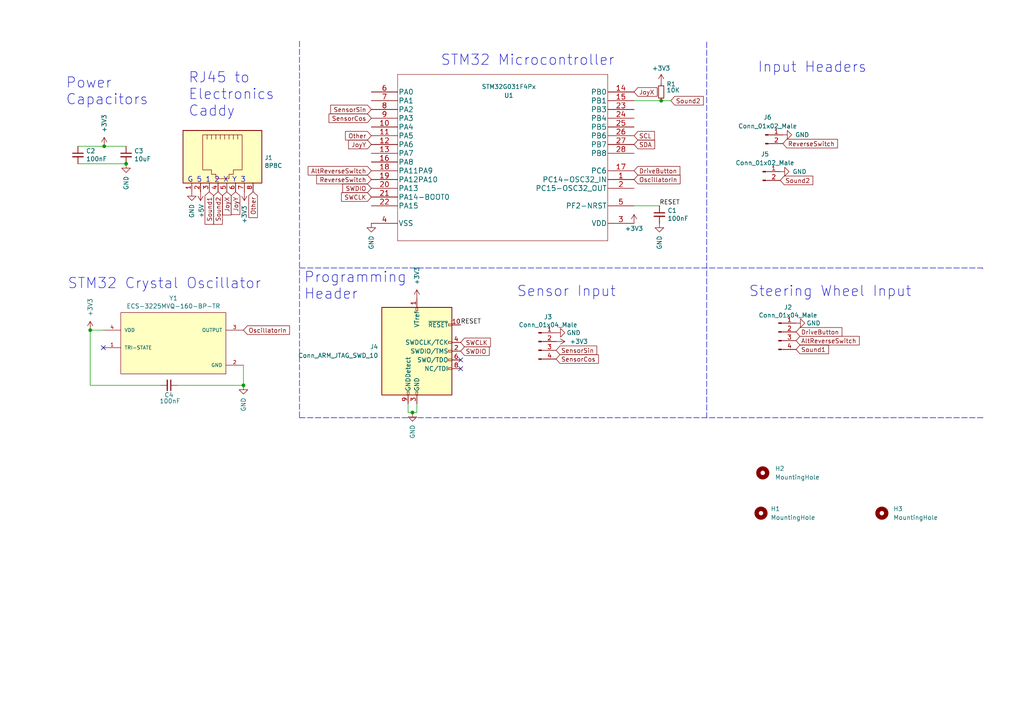
<source format=kicad_sch>
(kicad_sch (version 20211123) (generator eeschema)
  (paper "A4")
  (lib_symbols
    (symbol "Connector:8P8C" (pin_names (offset 1.016))
      (property "Reference" "J" (at -5.08 13.97 0))
      (property "Value" "8P8C" (at 2.54 13.97 0))
      (symbol "8P8C_0_1"
        (polyline (pts (xy -5.08 4.445) (xy -6.35 4.445)))
        (polyline (pts (xy -5.08 5.715) (xy -6.35 5.715)))
        (polyline (pts (xy -6.35 -3.175) (xy -5.08 -3.175) (xy -5.08 -3.175)))
        (polyline (pts (xy -6.35 -1.905) (xy -5.08 -1.905) (xy -5.08 -1.905)))
        (polyline (pts (xy -6.35 -0.635) (xy -5.08 -0.635) (xy -5.08 -0.635)))
        (polyline (pts (xy -6.35 0.635) (xy -5.08 0.635) (xy -5.08 0.635)))
        (polyline (pts (xy -6.35 1.905) (xy -5.08 1.905) (xy -5.08 1.905)))
        (polyline (pts (xy -5.08 3.175) (xy -6.35 3.175) (xy -6.35 3.175)))
        (polyline (pts (xy -6.35 -4.445) (xy -6.35 6.985) (xy 3.81 6.985) (xy 3.81 4.445) (xy 5.08 4.445) (xy 5.08 3.175) (xy 6.35 3.175) (xy 6.35 -0.635) (xy 5.08 -0.635) (xy 5.08 -1.905) (xy 3.81 -1.905) (xy 3.81 -4.445) (xy -6.35 -4.445) (xy -6.35 -4.445)))
        (rectangle (start 7.62 12.7) (end -7.62 -10.16) (stroke (width 0.254)) (fill (type background)))
      )
      (symbol "8P8C_1_1"
        (pin passive line (at 10.16 -7.62 180) (length 2.54) (name "~") (number "1"))
        (pin passive line (at 10.16 -5.08 180) (length 2.54) (name "~") (number "2"))
        (pin passive line (at 10.16 -2.54 180) (length 2.54) (name "~") (number "3"))
        (pin passive line (at 10.16 0 180) (length 2.54) (name "~") (number "4"))
        (pin passive line (at 10.16 2.54 180) (length 2.54) (name "~") (number "5"))
        (pin passive line (at 10.16 5.08 180) (length 2.54) (name "~") (number "6"))
        (pin passive line (at 10.16 7.62 180) (length 2.54) (name "~") (number "7"))
        (pin passive line (at 10.16 10.16 180) (length 2.54) (name "~") (number "8"))
      )
    )
    (symbol "Connector:Conn_01x02_Male" (pin_names (offset 1.016) hide)
      (property "Reference" "J" (at 0 2.54 0))
      (property "Value" "Conn_01x02_Male" (at 0 -5.08 0))
      (symbol "Conn_01x02_Male_1_1"
        (polyline (pts (xy 1.27 -2.54) (xy 0.8636 -2.54)) (stroke (width 0.1524)))
        (polyline (pts (xy 1.27 0) (xy 0.8636 0)) (stroke (width 0.1524)))
        (rectangle (start 0.8636 -2.413) (end 0 -2.667) (stroke (width 0.1524)) (fill (type outline)))
        (rectangle (start 0.8636 0.127) (end 0 -0.127) (stroke (width 0.1524)) (fill (type outline)))
        (pin passive line (at 5.08 0 180) (length 3.81) (name "Pin_1") (number "1"))
        (pin passive line (at 5.08 -2.54 180) (length 3.81) (name "Pin_2") (number "2"))
      )
    )
    (symbol "Connector:Conn_01x04_Male" (pin_names (offset 1.016) hide)
      (property "Reference" "J" (at 0 5.08 0))
      (property "Value" "Conn_01x04_Male" (at 0 -7.62 0))
      (symbol "Conn_01x04_Male_1_1"
        (polyline (pts (xy 1.27 -5.08) (xy 0.8636 -5.08)) (stroke (width 0.1524)))
        (polyline (pts (xy 1.27 -2.54) (xy 0.8636 -2.54)) (stroke (width 0.1524)))
        (polyline (pts (xy 1.27 0) (xy 0.8636 0)) (stroke (width 0.1524)))
        (polyline (pts (xy 1.27 2.54) (xy 0.8636 2.54)) (stroke (width 0.1524)))
        (rectangle (start 0.8636 -4.953) (end 0 -5.207) (stroke (width 0.1524)) (fill (type outline)))
        (rectangle (start 0.8636 -2.413) (end 0 -2.667) (stroke (width 0.1524)) (fill (type outline)))
        (rectangle (start 0.8636 0.127) (end 0 -0.127) (stroke (width 0.1524)) (fill (type outline)))
        (rectangle (start 0.8636 2.667) (end 0 2.413) (stroke (width 0.1524)) (fill (type outline)))
        (pin passive line (at 5.08 2.54 180) (length 3.81) (name "Pin_1") (number "1"))
        (pin passive line (at 5.08 0 180) (length 3.81) (name "Pin_2") (number "2"))
        (pin passive line (at 5.08 -2.54 180) (length 3.81) (name "Pin_3") (number "3"))
        (pin passive line (at 5.08 -5.08 180) (length 3.81) (name "Pin_4") (number "4"))
      )
    )
    (symbol "Connector:Conn_ARM_JTAG_SWD_10" (pin_names (offset 1.016))
      (property "Reference" "J" (at -2.54 16.51 0))
      (property "Value" "Conn_ARM_JTAG_SWD_10" (at -2.54 13.97 0))
      (symbol "Conn_ARM_JTAG_SWD_10_0_1"
        (rectangle (start -10.16 12.7) (end 10.16 -12.7) (stroke (width 0.254)) (fill (type background)))
        (rectangle (start -2.794 -12.7) (end -2.286 -11.684))
        (rectangle (start -0.254 -12.7) (end 0.254 -11.684))
        (rectangle (start -0.254 12.7) (end 0.254 11.684))
        (rectangle (start 9.144 2.286) (end 10.16 2.794))
        (rectangle (start 10.16 -2.794) (end 9.144 -2.286))
        (rectangle (start 10.16 -0.254) (end 9.144 0.254))
        (rectangle (start 10.16 7.874) (end 9.144 7.366))
      )
      (symbol "Conn_ARM_JTAG_SWD_10_1_1"
        (rectangle (start 9.144 -5.334) (end 10.16 -4.826))
        (pin power_in line (at 0 15.24 270) (length 2.54) (name "VTref") (number "1"))
        (pin open_collector line (at 12.7 7.62 180) (length 2.54) (name "~{RESET}") (number "10"))
        (pin bidirectional line (at 12.7 0 180) (length 2.54) (name "SWDIO/TMS") (number "2"))
        (pin power_in line (at 0 -15.24 90) (length 2.54) (name "GND") (number "3"))
        (pin output line (at 12.7 2.54 180) (length 2.54) (name "SWDCLK/TCK") (number "4"))
        (pin passive line (at 0 -15.24 90) (length 2.54) hide (name "GND") (number "5"))
        (pin input line (at 12.7 -2.54 180) (length 2.54) (name "SWO/TDO") (number "6"))
        (pin no_connect line (at -10.16 0 0) (length 2.54) hide (name "KEY") (number "7"))
        (pin output line (at 12.7 -5.08 180) (length 2.54) (name "NC/TDI") (number "8"))
        (pin passive line (at -2.54 -15.24 90) (length 2.54) (name "GNDDetect") (number "9"))
      )
    )
    (symbol "CrystalOscillator:ECS-3225MVQ-160-BP-TR" (pin_names (offset 1.016))
      (property "Reference" "Y" (at -15.5448 8.1534 0))
      (property "Value" "ECS-3225MVQ-160-BP-TR" (at -15.0114 -12.9794 0))
      (symbol "ECS-3225MVQ-160-BP-TR_0_0"
        (rectangle (start -15.24 -10.16) (end 15.24 7.62) (stroke (width 0.1524)) (fill (type background)))
        (pin input line (at -20.32 -2.54 0) (length 5.08) (name "TRI-STATE") (number "1"))
        (pin power_in line (at 20.32 -7.62 180) (length 5.08) (name "GND") (number "2"))
        (pin output line (at 20.32 2.54 180) (length 5.08) (name "OUTPUT") (number "3"))
        (pin input line (at -20.32 2.54 0) (length 5.08) (name "VDD") (number "4"))
      )
    )
    (symbol "Device:C_Small" (pin_numbers hide) (pin_names (offset 0.254) hide)
      (property "Reference" "C" (at 0.254 1.778 0))
      (property "Value" "C_Small" (at 0.254 -2.032 0))
      (symbol "C_Small_0_1"
        (polyline (pts (xy -1.524 -0.508) (xy 1.524 -0.508)) (stroke (width 0.3302)))
        (polyline (pts (xy -1.524 0.508) (xy 1.524 0.508)) (stroke (width 0.3048)))
      )
      (symbol "C_Small_1_1"
        (pin passive line (at 0 2.54 270) (length 2.032) (name "~") (number "1"))
        (pin passive line (at 0 -2.54 90) (length 2.032) (name "~") (number "2"))
      )
    )
    (symbol "Device:R_Small" (pin_numbers hide) (pin_names (offset 0.254) hide)
      (property "Reference" "R" (at 0.762 0.508 0))
      (property "Value" "R_Small" (at 0.762 -1.016 0))
      (symbol "R_Small_0_1"
        (rectangle (start -0.762 1.778) (end 0.762 -1.778) (stroke (width 0.2032)))
      )
      (symbol "R_Small_1_1"
        (pin passive line (at 0 2.54 270) (length 0.762) (name "~") (number "1"))
        (pin passive line (at 0 -2.54 90) (length 0.762) (name "~") (number "2"))
      )
    )
    (symbol "Mechanical:MountingHole" (pin_names (offset 1.016))
      (property "Reference" "H" (at 0 5.08 0))
      (property "Value" "MountingHole" (at 0 3.175 0))
      (symbol "MountingHole_0_1"
        (circle (center 0 0) (radius 1.27) (stroke (width 1.27)))
      )
    )
    (symbol "STM32QFN:STM32G031G8U6" (pin_names (offset 0.254))
      (property "Reference" "U" (at 38.1 10.16 0))
      (property "Value" "STM32G031G8U6" (at 38.1 7.62 0))
      (symbol "STM32G031G8U6_1_1"
        (polyline (pts (xy 7.62 -43.18) (xy 68.58 -43.18)) (stroke (width 0.127)))
        (polyline (pts (xy 7.62 5.08) (xy 7.62 -43.18)) (stroke (width 0.127)))
        (polyline (pts (xy 68.58 -43.18) (xy 68.58 5.08)) (stroke (width 0.127)))
        (polyline (pts (xy 68.58 5.08) (xy 7.62 5.08)) (stroke (width 0.127)))
        (pin bidirectional line (at 76.2 -25.4 180) (length 7.62) (name "PC14-OSC32_IN") (number "1"))
        (pin bidirectional line (at 0 -10.16 0) (length 7.62) (name "PA4") (number "10"))
        (pin bidirectional line (at 0 -12.7 0) (length 7.62) (name "PA5") (number "11"))
        (pin bidirectional line (at 0 -15.24 0) (length 7.62) (name "PA6") (number "12"))
        (pin bidirectional line (at 0 -17.78 0) (length 7.62) (name "PA7") (number "13"))
        (pin bidirectional line (at 76.2 0 180) (length 7.62) (name "PB0") (number "14"))
        (pin bidirectional line (at 76.2 -2.54 180) (length 7.62) (name "PB1") (number "15"))
        (pin bidirectional line (at 0 -20.32 0) (length 7.62) (name "PA8") (number "16"))
        (pin bidirectional line (at 76.2 -22.86 180) (length 7.62) (name "PC6") (number "17"))
        (pin bidirectional line (at 0 -22.86 0) (length 7.62) (name "PA11PA9") (number "18"))
        (pin bidirectional line (at 0 -25.4 0) (length 7.62) (name "PA12PA10") (number "19"))
        (pin bidirectional line (at 76.2 -27.94 180) (length 7.62) (name "PC15-OSC32_OUT") (number "2"))
        (pin bidirectional line (at 0 -27.94 0) (length 7.62) (name "PA13") (number "20"))
        (pin bidirectional line (at 0 -30.48 0) (length 7.62) (name "PA14-BOOT0") (number "21"))
        (pin bidirectional line (at 0 -33.02 0) (length 7.62) (name "PA15") (number "22"))
        (pin bidirectional line (at 76.2 -5.08 180) (length 7.62) (name "PB3") (number "23"))
        (pin bidirectional line (at 76.2 -7.62 180) (length 7.62) (name "PB4") (number "24"))
        (pin bidirectional line (at 76.2 -10.16 180) (length 7.62) (name "PB5") (number "25"))
        (pin bidirectional line (at 76.2 -12.7 180) (length 7.62) (name "PB6") (number "26"))
        (pin bidirectional line (at 76.2 -15.24 180) (length 7.62) (name "PB7") (number "27"))
        (pin bidirectional line (at 76.2 -17.78 180) (length 7.62) (name "PB8") (number "28"))
        (pin power_in line (at 76.2 -38.1 180) (length 7.62) (name "VDD") (number "3"))
        (pin power_in line (at 0 -38.1 0) (length 7.62) (name "VSS") (number "4"))
        (pin bidirectional line (at 76.2 -33.02 180) (length 7.62) (name "PF2-NRST") (number "5"))
        (pin bidirectional line (at 0 0 0) (length 7.62) (name "PA0") (number "6"))
        (pin bidirectional line (at 0 -2.54 0) (length 7.62) (name "PA1") (number "7"))
        (pin bidirectional line (at 0 -5.08 0) (length 7.62) (name "PA2") (number "8"))
        (pin bidirectional line (at 0 -7.62 0) (length 7.62) (name "PA3") (number "9"))
      )
    )
    (symbol "power:+3.3V" (power) (pin_names (offset 0))
      (property "Value" "+3.3V" (at 0 3.556 0))
      (symbol "+3.3V_0_1"
        (polyline (pts (xy -0.762 1.27) (xy 0 2.54)))
        (polyline (pts (xy 0 0) (xy 0 2.54)))
        (polyline (pts (xy 0 2.54) (xy 0.762 1.27)))
      )
      (symbol "+3.3V_1_1"
        (pin power_in line (at 0 0 90) (length 0) hide (name "+3V3") (number "1"))
      )
    )
    (symbol "power:+5V" (power) (pin_names (offset 0))
      (property "Value" "+5V" (at 0 3.556 0))
      (symbol "+5V_0_1"
        (polyline (pts (xy -0.762 1.27) (xy 0 2.54)))
        (polyline (pts (xy 0 0) (xy 0 2.54)))
        (polyline (pts (xy 0 2.54) (xy 0.762 1.27)))
      )
      (symbol "+5V_1_1"
        (pin power_in line (at 0 0 90) (length 0) hide (name "+5V") (number "1"))
      )
    )
    (symbol "power:GND" (power) (pin_names (offset 0))
      (property "Value" "GND" (at 0 -3.81 0))
      (symbol "GND_0_1"
        (polyline (pts (xy 0 0) (xy 0 -1.27) (xy 1.27 -1.27) (xy 0 -2.54) (xy -1.27 -1.27) (xy 0 -1.27)))
      )
      (symbol "GND_1_1"
        (pin power_in line (at 0 0 270) (length 0) hide (name "GND") (number "1"))
      )
    )
  )
  (junction (at 70.612 111.76))
  (junction (at 36.576 47.498))
  (junction (at 119.634 119.634))
  (junction (at 30.226 42.418))
  (junction (at 26.162 95.758))
  (junction (at 191.77 29.21))
  (no_connect (at 29.972 100.838))
  (no_connect (at 133.604 104.394))
  (no_connect (at 133.604 106.934))
  (wire (pts (xy 29.972 95.758) (xy 26.162 95.758)))
  (polyline (pts (xy 86.868 121.158) (xy 285.242 121.158)))
  (wire (pts (xy 26.162 95.758) (xy 26.162 111.76)))
  (wire (pts (xy 22.606 42.418) (xy 30.226 42.418)))
  (wire (pts (xy 183.896 59.69) (xy 191.262 59.69)))
  (wire (pts (xy 120.904 119.634) (xy 119.634 119.634)))
  (wire (pts (xy 118.364 119.634) (xy 119.634 119.634)))
  (wire (pts (xy 183.896 29.21) (xy 191.77 29.21)))
  (polyline (pts (xy 86.868 11.938) (xy 86.868 121.158)))
  (wire (pts (xy 22.606 47.498) (xy 36.576 47.498)))
  (wire (pts (xy 51.562 111.76) (xy 70.612 111.76)))
  (wire (pts (xy 120.904 117.094) (xy 120.904 119.634)))
  (wire (pts (xy 70.612 105.918) (xy 70.612 111.76)))
  (polyline (pts (xy 86.868 77.724) (xy 284.988 77.724)))
  (wire (pts (xy 191.77 29.21) (xy 194.564 29.21)))
  (wire (pts (xy 118.364 117.094) (xy 118.364 119.634)))
  (polyline (pts (xy 204.978 12.192) (xy 204.978 121.158)))
  (wire (pts (xy 30.226 42.418) (xy 36.576 42.418)))
  (wire (pts (xy 26.162 111.76) (xy 46.482 111.76)))
  (polyline (pts (xy 284.988 77.724) (xy 284.988 77.978)))
  (text "Steering Wheel Input" (at 217.17 86.36 0) (effects (font (size 2.9972 2.9972)) (justify left bottom)))
  (text "Programming\nHeader" (at 88.138 87.122 0) (effects (font (size 2.9972 2.9972)) (justify left bottom)))
  (text "Input Headers" (at 219.71 21.336 0) (effects (font (size 2.9972 2.9972)) (justify left bottom)))
  (text "Power\nCapacitors" (at 19.05 30.734 0) (effects (font (size 2.9972 2.9972)) (justify left bottom)))
  (text "STM32 Microcontroller" (at 127.762 19.304 0) (effects (font (size 2.9972 2.9972)) (justify left bottom)))
  (text "Sensor Input" (at 149.86 86.36 0) (effects (font (size 2.9972 2.9972)) (justify left bottom)))
  (text "RJ45 to \nElectronics\nCaddy" (at 54.61 34.036 0) (effects (font (size 2.9972 2.9972)) (justify left bottom)))
  (text "G 5 1 2 X Y 3" (at 54.356 53.086 0) (effects (font (size 1.4986 1.4986)) (justify left bottom)))
  (text "STM32 Crystal Oscillator" (at 19.558 84.074 0) (effects (font (size 2.9972 2.9972)) (justify left bottom)))
  (label "RESET" (at 191.262 59.69 0))
  (label "RESET" (at 133.604 94.234 0))
  (global_label "SensorSin" (shape input) (at 107.696 31.75 180) (property "Intersheet References" "${INTERSHEET_REFS}" (effects hide)))
  (global_label "SDA" (shape input) (at 183.896 41.91 0) (property "Intersheet References" "${INTERSHEET_REFS}" (effects hide)))
  (global_label "ReverseSwitch" (shape input) (at 227.076 41.656 0) (property "Intersheet References" "${INTERSHEET_REFS}" (effects hide)))
  (global_label "OscillatorIn" (shape input) (at 183.896 52.07 0) (property "Intersheet References" "${INTERSHEET_REFS}" (effects hide)))
  (global_label "JoyX" (shape input) (at 65.786 55.626 270) (property "Intersheet References" "${INTERSHEET_REFS}" (effects hide)))
  (global_label "SWCLK" (shape input) (at 133.604 99.314 0) (property "Intersheet References" "${INTERSHEET_REFS}" (effects hide)))
  (global_label "SensorCos" (shape input) (at 107.696 34.29 180) (property "Intersheet References" "${INTERSHEET_REFS}" (effects hide)))
  (global_label "Sound2" (shape input) (at 194.564 29.21 0) (property "Intersheet References" "${INTERSHEET_REFS}" (effects hide)))
  (global_label "DriveButton" (shape input) (at 230.886 96.266 0) (property "Intersheet References" "${INTERSHEET_REFS}" (effects hide)))
  (global_label "DriveButton" (shape input) (at 183.896 49.53 0) (property "Intersheet References" "${INTERSHEET_REFS}" (effects hide)))
  (global_label "SWCLK" (shape input) (at 107.696 57.15 180) (property "Intersheet References" "${INTERSHEET_REFS}" (effects hide)))
  (global_label "ReverseSwitch" (shape input) (at 107.696 52.07 180) (property "Intersheet References" "${INTERSHEET_REFS}" (effects hide)))
  (global_label "Sound1" (shape input) (at 230.886 101.346 0) (property "Intersheet References" "${INTERSHEET_REFS}" (effects hide)))
  (global_label "Other" (shape input) (at 73.406 55.626 270) (property "Intersheet References" "${INTERSHEET_REFS}" (effects hide)))
  (global_label "AltReverseSwitch" (shape input) (at 230.886 98.806 0) (property "Intersheet References" "${INTERSHEET_REFS}" (effects hide)))
  (global_label "SWDIO" (shape input) (at 133.604 101.854 0) (property "Intersheet References" "${INTERSHEET_REFS}" (effects hide)))
  (global_label "Sound2" (shape input) (at 226.314 52.324 0) (property "Intersheet References" "${INTERSHEET_REFS}" (effects hide)))
  (global_label "JoyX" (shape input) (at 183.896 26.67 0) (property "Intersheet References" "${INTERSHEET_REFS}" (effects hide)))
  (global_label "SCL" (shape input) (at 183.896 39.37 0) (property "Intersheet References" "${INTERSHEET_REFS}" (effects hide)))
  (global_label "Sound1" (shape input) (at 60.706 55.626 270) (property "Intersheet References" "${INTERSHEET_REFS}" (effects hide)))
  (global_label "SensorSin" (shape input) (at 161.29 101.6 0) (property "Intersheet References" "${INTERSHEET_REFS}" (effects hide)))
  (global_label "JoyY" (shape input) (at 68.326 55.626 270) (property "Intersheet References" "${INTERSHEET_REFS}" (effects hide)))
  (global_label "Other" (shape input) (at 107.696 39.37 180) (property "Intersheet References" "${INTERSHEET_REFS}" (effects hide)))
  (global_label "SensorCos" (shape input) (at 161.29 104.14 0) (property "Intersheet References" "${INTERSHEET_REFS}" (effects hide)))
  (global_label "JoyY" (shape input) (at 107.696 41.91 180) (property "Intersheet References" "${INTERSHEET_REFS}" (effects hide)))
  (global_label "OscillatorIn" (shape input) (at 70.612 95.758 0) (property "Intersheet References" "${INTERSHEET_REFS}" (effects hide)))
  (global_label "SWDIO" (shape input) (at 107.696 54.61 180) (property "Intersheet References" "${INTERSHEET_REFS}" (effects hide)))
  (global_label "Sound2" (shape input) (at 63.246 55.626 270) (property "Intersheet References" "${INTERSHEET_REFS}" (effects hide)))
  (global_label "AltReverseSwitch" (shape input) (at 107.696 49.53 180) (property "Intersheet References" "${INTERSHEET_REFS}" (effects hide)))
  (symbol (lib_id "Connector:8P8C") (at 63.246 45.466 270) (unit 1)
    (property "Reference" "J1" (at 76.708 45.7454 90) (effects (justify left)))
    (property "Value" "8P8C" (at 76.708 48.0568 90) (effects (justify left)))
    (property "Footprint" "Useful Modifications:RJ45_x08_Tab_Up" (effects hide))
  )
  (symbol (lib_id "power:GND") (at 55.626 55.626 0) (unit 1)
    (property "Reference" "#PWR05" (effects hide))
    (property "Value" "GND" (at 55.626 61.214 90))
  )
  (symbol (lib_id "power:+3.3V") (at 70.866 55.626 180) (unit 1)
    (property "Reference" "#PWR010" (effects hide))
    (property "Value" "+3.3V" (at 70.866 62.23 90))
  )
  (symbol (lib_id "power:+5V") (at 58.166 55.626 180) (unit 1)
    (property "Reference" "#PWR06" (effects hide))
    (property "Value" "+5V" (at 58.42 61.214 90))
  )
  (symbol (lib_id "power:GND") (at 107.696 64.77 0) (unit 1)
    (property "Reference" "#PWR016" (effects hide))
    (property "Value" "GND" (at 107.696 70.358 90))
  )
  (symbol (lib_id "power:+3.3V") (at 183.896 64.77 0) (unit 1)
    (property "Reference" "#PWR029" (effects hide))
    (property "Value" "+3.3V" (at 183.896 66.294 0))
  )
  (symbol (lib_id "Connector:Conn_01x04_Male") (at 225.806 96.266 0) (unit 1)
    (property "Reference" "J2" (at 228.5492 89.1286 0))
    (property "Value" "Conn_01x04_Male" (at 228.5492 91.44 0))
    (property "Footprint" "Connector_JST:JST_SH_BM04B-SRSS-TB_1x04-1MP_P1.00mm_Vertical" (effects hide))
  )
  (symbol (lib_id "power:GND") (at 230.886 93.726 90) (unit 1)
    (property "Reference" "#PWR03" (effects hide))
    (property "Value" "GND" (at 235.966 93.726 90))
  )
  (symbol (lib_id "Connector:Conn_01x04_Male") (at 156.21 99.06 0) (unit 1)
    (property "Reference" "J3" (at 158.9532 91.9226 0))
    (property "Value" "Conn_01x04_Male" (at 158.9532 94.234 0))
    (property "Footprint" "Connector_JST:JST_SH_BM04B-SRSS-TB_1x04-1MP_P1.00mm_Vertical" (effects hide))
  )
  (symbol (lib_id "power:GND") (at 161.29 96.52 90) (unit 1)
    (property "Reference" "#PWR01" (effects hide))
    (property "Value" "GND" (at 166.37 96.52 90))
  )
  (symbol (lib_id "power:+3.3V") (at 161.29 99.06 270) (unit 1)
    (property "Reference" "#PWR02" (effects hide))
    (property "Value" "+3.3V" (at 167.894 99.06 90))
  )
  (symbol (lib_id "power:GND") (at 226.314 49.784 90) (unit 1)
    (property "Reference" "#PWR030" (effects hide))
    (property "Value" "GND" (at 231.902 49.784 90))
  )
  (symbol (lib_id "STM32QFN:STM32G031G8U6") (at 107.696 26.67 0) (unit 1)
    (property "Reference" "U1" (at 147.574 27.686 0))
    (property "Value" "STM32G031F4Px" (at 147.574 25.146 0))
    (property "Footprint" "Useful Modifications:STM32G031G8U6" (effects hide))
  )
  (symbol (lib_id "Device:C_Small") (at 22.606 44.958 0) (unit 1)
    (property "Reference" "C2" (at 24.9428 43.7896 0) (effects (justify left)))
    (property "Value" "100nF" (at 24.9428 46.101 0) (effects (justify left)))
    (property "Footprint" "Capacitor_SMD:C_0805_2012Metric" (effects hide))
  )
  (symbol (lib_id "Device:C_Small") (at 36.576 44.958 0) (unit 1)
    (property "Reference" "C3" (at 38.9128 43.7896 0) (effects (justify left)))
    (property "Value" "10uF" (at 38.9128 46.101 0) (effects (justify left)))
    (property "Footprint" "Capacitor_SMD:C_0805_2012Metric" (effects hide))
  )
  (symbol (lib_id "Device:C_Small") (at 191.262 62.23 0) (unit 1)
    (property "Reference" "C1" (at 193.5988 61.0616 0) (effects (justify left)))
    (property "Value" "100nF" (at 193.5988 63.373 0) (effects (justify left)))
    (property "Footprint" "Capacitor_SMD:C_0805_2012Metric" (effects hide))
  )
  (symbol (lib_id "power:+3.3V") (at 30.226 42.418 0) (unit 1)
    (property "Reference" "#PWR023" (effects hide))
    (property "Value" "+3.3V" (at 30.226 35.814 90))
  )
  (symbol (lib_id "power:GND") (at 36.576 47.498 0) (unit 1)
    (property "Reference" "#PWR028" (effects hide))
    (property "Value" "GND" (at 36.576 53.086 90))
  )
  (symbol (lib_id "power:GND") (at 191.262 64.77 0) (unit 1)
    (property "Reference" "#PWR021" (effects hide))
    (property "Value" "GND" (at 191.262 70.358 90))
  )
  (symbol (lib_id "power:+3.3V") (at 120.904 86.614 0) (unit 1)
    (property "Reference" "#PWR020" (effects hide))
    (property "Value" "+3.3V" (at 120.904 80.01 90))
  )
  (symbol (lib_id "power:GND") (at 119.634 119.634 0) (unit 1)
    (property "Reference" "#PWR019" (effects hide))
    (property "Value" "GND" (at 119.634 125.222 90))
  )
  (symbol (lib_id "CrystalOscillator:ECS-3225MVQ-160-BP-TR") (at 50.292 98.298 0) (unit 1)
    (property "Reference" "Y1" (at 50.292 86.487 0))
    (property "Value" "ECS-3225MVQ-160-BP-TR" (at 50.292 88.7984 0))
    (property "Footprint" "Useful Modifications:OSC_ECS-3225MVQ-160-BP-TR" (effects hide))
  )
  (symbol (lib_id "power:GND") (at 70.612 111.76 0) (unit 1)
    (property "Reference" "#PWR0101" (effects hide))
    (property "Value" "GND" (at 70.612 117.348 90))
  )
  (symbol (lib_id "power:+3.3V") (at 26.162 95.758 0) (unit 1)
    (property "Reference" "#PWR0102" (effects hide))
    (property "Value" "+3.3V" (at 26.162 89.154 90))
  )
  (symbol (lib_id "Device:C_Small") (at 49.022 111.76 270) (unit 1)
    (property "Reference" "C4" (at 49.022 114.554 90))
    (property "Value" "100nF" (at 49.276 116.332 90))
    (property "Footprint" "Capacitor_SMD:C_0805_2012Metric" (effects hide))
  )
  (symbol (lib_id "Connector:Conn_ARM_JTAG_SWD_10") (at 120.904 101.854 0) (unit 1)
    (property "Reference" "J4" (at 109.728 100.5839 0) (effects (justify right)))
    (property "Value" "Conn_ARM_JTAG_SWD_10" (at 109.728 103.1239 0) (effects (justify right)))
    (property "Footprint" "Useful Modifications:JTAG_SWD_SMD" (effects hide))
    (property "Datasheet" "http://infocenter.arm.com/help/topic/com.arm.doc.ddi0314h/DDI0314H_coresight_components_trm.pdf" (effects hide))
  )
  (symbol (lib_id "power:+3.3V") (at 191.77 24.13 0) (unit 1)
    (property "Reference" "#PWR04" (effects hide))
    (property "Value" "+3.3V" (at 191.77 19.812 0))
  )
  (symbol (lib_id "Connector:Conn_01x02_Male") (at 221.996 39.116 0) (unit 1)
    (property "Reference" "J6" (at 222.631 34.036 0))
    (property "Value" "Conn_01x02_Male" (at 222.631 36.576 0))
    (property "Footprint" "Connector_JST:JST_XH_B2B-XH-AM_1x02_P2.50mm_Vertical" (effects hide))
  )
  (symbol (lib_id "Connector:Conn_01x02_Male") (at 221.234 49.784 0) (unit 1)
    (property "Reference" "J5" (at 221.869 44.704 0))
    (property "Value" "Conn_01x02_Male" (at 221.869 47.244 0))
    (property "Footprint" "Connector_JST:JST_XH_B2B-XH-AM_1x02_P2.50mm_Vertical" (effects hide))
  )
  (symbol (lib_id "Mechanical:MountingHole") (at 220.726 148.844 0) (unit 1)
    (property "Reference" "H1" (at 223.52 147.5739 0) (effects (justify left)))
    (property "Value" "MountingHole" (at 223.52 150.1139 0) (effects (justify left)))
    (property "Footprint" "MountingHole:MountingHole_3.2mm_M3" (effects hide))
  )
  (symbol (lib_id "Device:R_Small") (at 191.77 26.67 0) (unit 1)
    (property "Reference" "R1" (at 193.294 24.384 0) (effects (justify left)))
    (property "Value" "10K" (at 193.294 26.162 0) (effects (justify left)))
    (property "Footprint" "Resistor_SMD:R_0805_2012Metric" (effects hide))
  )
  (symbol (lib_id "Mechanical:MountingHole") (at 255.778 148.844 0) (unit 1)
    (property "Reference" "H3" (at 259.08 147.5739 0) (effects (justify left)))
    (property "Value" "MountingHole" (at 259.08 150.1139 0) (effects (justify left)))
    (property "Footprint" "MountingHole:MountingHole_3.2mm_M3" (effects hide))
  )
  (symbol (lib_id "power:GND") (at 227.076 39.116 90) (unit 1)
    (property "Reference" "#PWR07" (effects hide))
    (property "Value" "GND" (at 232.664 39.116 90))
  )
  (symbol (lib_id "Mechanical:MountingHole") (at 221.234 137.16 0) (unit 1)
    (property "Reference" "H2" (at 224.79 135.8899 0) (effects (justify left)))
    (property "Value" "MountingHole" (at 224.79 138.4299 0) (effects (justify left)))
    (property "Footprint" "MountingHole:MountingHole_3.2mm_M3" (effects hide))
  )
)
</source>
